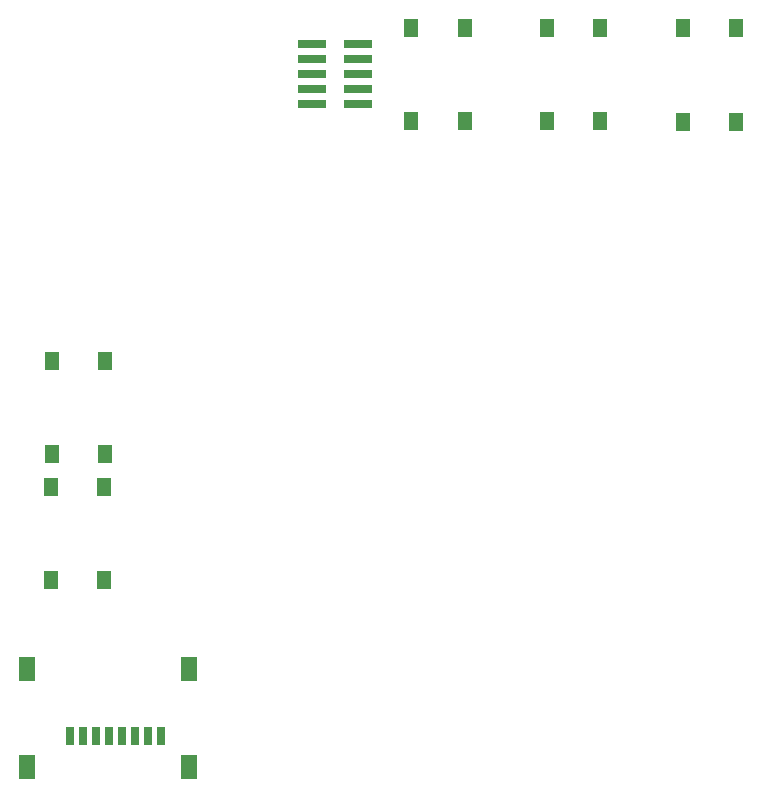
<source format=gbr>
%TF.GenerationSoftware,KiCad,Pcbnew,(5.1.8-0-10_14)*%
%TF.CreationDate,2021-03-03T20:06:49+01:00*%
%TF.ProjectId,KLST_CORE,4b4c5354-5f43-44f5-9245-2e6b69636164,v0.1*%
%TF.SameCoordinates,Original*%
%TF.FileFunction,Paste,Bot*%
%TF.FilePolarity,Positive*%
%FSLAX46Y46*%
G04 Gerber Fmt 4.6, Leading zero omitted, Abs format (unit mm)*
G04 Created by KiCad (PCBNEW (5.1.8-0-10_14)) date 2021-03-03 20:06:49*
%MOMM*%
%LPD*%
G01*
G04 APERTURE LIST*
%ADD10R,1.300000X1.550000*%
%ADD11R,2.400000X0.740000*%
%ADD12R,0.800000X1.500000*%
%ADD13R,1.450000X2.000000*%
G04 APERTURE END LIST*
D10*
%TO.C,SW2*%
X127500000Y-86225000D03*
X132000000Y-86225000D03*
X132000000Y-94175000D03*
X127500000Y-94175000D03*
%TD*%
%TO.C,SW1*%
X120500000Y-94175000D03*
X116000000Y-94175000D03*
X116000000Y-86225000D03*
X120500000Y-86225000D03*
%TD*%
%TO.C,SW5*%
X139000000Y-86265000D03*
X143500000Y-86265000D03*
X143500000Y-94215000D03*
X139000000Y-94215000D03*
%TD*%
%TO.C,SW4*%
X85500000Y-125095000D03*
X90000000Y-125095000D03*
X90000000Y-133045000D03*
X85500000Y-133045000D03*
%TD*%
%TO.C,SW3*%
X85550000Y-114425000D03*
X90050000Y-114425000D03*
X90050000Y-122375000D03*
X85550000Y-122375000D03*
%TD*%
D11*
%TO.C,J9*%
X107550000Y-92740000D03*
X111450000Y-92740000D03*
X107550000Y-91470000D03*
X111450000Y-91470000D03*
X107550000Y-90200000D03*
X111450000Y-90200000D03*
X107550000Y-88930000D03*
X111450000Y-88930000D03*
X107550000Y-87660000D03*
X111450000Y-87660000D03*
%TD*%
D12*
%TO.C,J2*%
X87100000Y-146250000D03*
X88200000Y-146250000D03*
X89300000Y-146250000D03*
X90400000Y-146250000D03*
X91500000Y-146250000D03*
X92600000Y-146250000D03*
X93700000Y-146250000D03*
X94800000Y-146250000D03*
D13*
X97175000Y-140550000D03*
X83425000Y-140550000D03*
X83425000Y-148850000D03*
X97175000Y-148850000D03*
%TD*%
M02*

</source>
